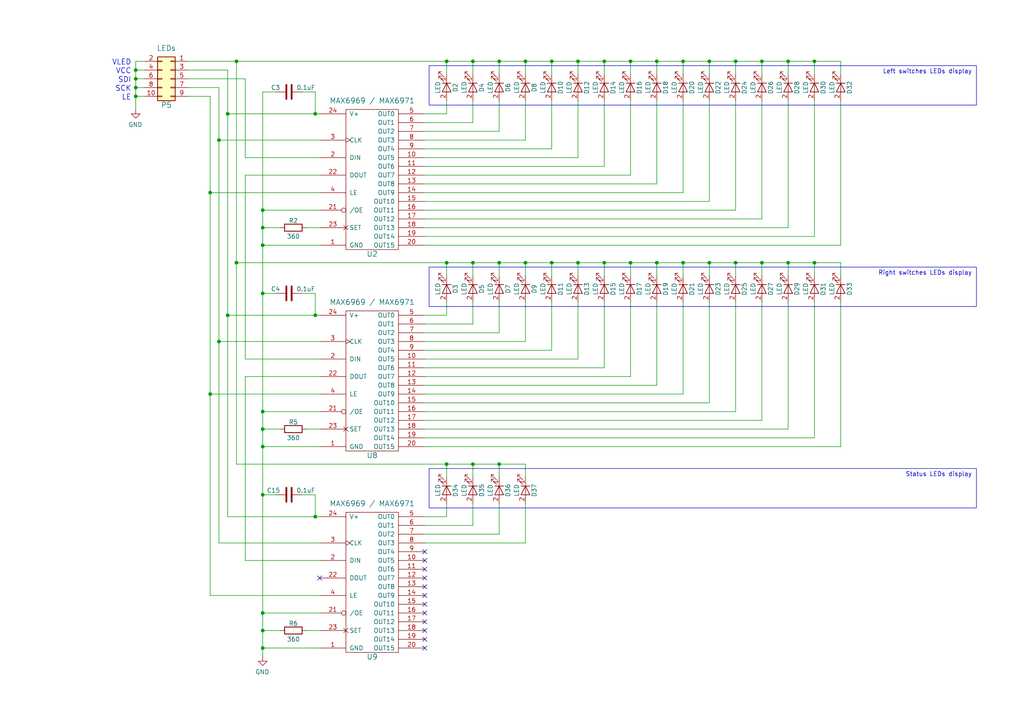
<source format=kicad_sch>
(kicad_sch (version 20230121) (generator eeschema)
  (paper "A4")
  (lib_symbols
    (symbol "MAX6969:MAX6969" (pin_names (offset 1.016))
      (property "Reference" "U" (at 0 -21.59 0))
      (property "Value" "MAX6969" (at 0 21.59 0))
      (symbol "MAX6969_0_1"
        (rectangle (start -7.62 20.32) (end 7.62 -20.32))
      )
      (symbol "MAX6969_1_1"
        (pin power_out line (at -15.24 -19.05 0) (length 7.62) (name "GND") (number "1"))
        (pin open_collector line (at 15.24 6.35 180) (length 7.62) (name "OUT5") (number "10"))
        (pin open_collector line (at 15.24 3.81 180) (length 7.62) (name "OUT6") (number "11"))
        (pin open_collector line (at 15.24 1.27 180) (length 7.62) (name "OUT7") (number "12"))
        (pin open_collector line (at 15.24 -1.27 180) (length 7.62) (name "OUT8") (number "13"))
        (pin open_collector line (at 15.24 -3.81 180) (length 7.62) (name "OUT9") (number "14"))
        (pin open_collector line (at 15.24 -6.35 180) (length 7.62) (name "OUT10") (number "15"))
        (pin open_collector line (at 15.24 -8.89 180) (length 7.62) (name "OUT11") (number "16"))
        (pin open_collector line (at 15.24 -11.43 180) (length 7.62) (name "OUT12") (number "17"))
        (pin open_collector line (at 15.24 -13.97 180) (length 7.62) (name "OUT13") (number "18"))
        (pin open_collector line (at 15.24 -16.51 180) (length 7.62) (name "OUT14") (number "19"))
        (pin input line (at -15.24 6.35 0) (length 7.62) (name "DIN") (number "2"))
        (pin open_collector line (at 15.24 -19.05 180) (length 7.62) (name "OUT15") (number "20"))
        (pin input inverted (at -15.24 -8.89 0) (length 7.62) (name "/OE") (number "21"))
        (pin output line (at -15.24 1.27 0) (length 7.62) (name "DOUT") (number "22"))
        (pin passive non_logic (at -15.24 -13.97 0) (length 7.62) (name "SET") (number "23"))
        (pin power_out line (at -15.24 19.05 0) (length 7.62) (name "V+") (number "24"))
        (pin input clock (at -15.24 11.43 0) (length 7.62) (name "CLK") (number "3"))
        (pin input line (at -15.24 -3.81 0) (length 7.62) (name "LE") (number "4"))
        (pin open_collector line (at 15.24 19.05 180) (length 7.62) (name "OUT0") (number "5"))
        (pin open_collector line (at 15.24 16.51 180) (length 7.62) (name "OUT1") (number "6"))
        (pin open_collector line (at 15.24 13.97 180) (length 7.62) (name "OUT2") (number "7"))
        (pin open_collector line (at 15.24 11.43 180) (length 7.62) (name "OUT3") (number "8"))
        (pin open_collector line (at 15.24 8.89 180) (length 7.62) (name "OUT4") (number "9"))
      )
    )
    (symbol "RCTX-rescue:C-device" (pin_numbers hide) (pin_names (offset 0.254))
      (property "Reference" "C" (at 0.635 2.54 0))
      (property "Value" "device_C" (at 0.635 -2.54 0))
      (symbol "C-device_0_1"
        (polyline (pts (xy -2.032 -0.762) (xy 2.032 -0.762)) (stroke (width 0.508)))
        (polyline (pts (xy -2.032 0.762) (xy 2.032 0.762)) (stroke (width 0.508)))
      )
      (symbol "C-device_1_1"
        (pin passive line (at 0 3.81 270) (length 2.794) (name "~") (number "1"))
        (pin passive line (at 0 -3.81 90) (length 2.794) (name "~") (number "2"))
      )
    )
    (symbol "RCTX-rescue:LED-device" (pin_names (offset 1.016) hide)
      (property "Reference" "D" (at 0 2.54 0))
      (property "Value" "LED-device" (at 0 -2.54 0))
      (symbol "LED-device_0_1"
        (polyline (pts (xy -1.27 -1.27) (xy -1.27 1.27)) (stroke (width 0.2032)))
        (polyline (pts (xy -1.27 0) (xy 1.27 0)))
        (polyline (pts (xy 1.27 -1.27) (xy 1.27 1.27) (xy -1.27 0) (xy 1.27 -1.27)) (stroke (width 0.2032)))
        (polyline (pts (xy -3.048 -0.762) (xy -4.572 -2.286) (xy -3.81 -2.286) (xy -4.572 -2.286) (xy -4.572 -1.524)))
        (polyline (pts (xy -1.778 -0.762) (xy -3.302 -2.286) (xy -2.54 -2.286) (xy -3.302 -2.286) (xy -3.302 -1.524)))
      )
      (symbol "LED-device_1_1"
        (pin passive line (at -3.81 0 0) (length 2.54) (name "K") (number "1"))
        (pin passive line (at 3.81 0 180) (length 2.54) (name "A") (number "2"))
      )
    )
    (symbol "RCTX-rescue:R-device" (pin_numbers hide) (pin_names (offset 0))
      (property "Reference" "R" (at 2.032 0 90))
      (property "Value" "device_R" (at 0 0 90))
      (symbol "R-device_0_1"
        (rectangle (start -1.016 -2.54) (end 1.016 2.54) (stroke (width 0.254)))
      )
      (symbol "R-device_1_1"
        (pin passive line (at 0 3.81 270) (length 1.27) (name "~") (number "1"))
        (pin passive line (at 0 -3.81 90) (length 1.27) (name "~") (number "2"))
      )
    )
    (symbol "conn:Conn_02x05_Odd_Even" (pin_names (offset 1.016) hide)
      (property "Reference" "J" (at 1.27 7.62 0))
      (property "Value" "conn_Conn_02x05_Odd_Even" (at 1.27 -7.62 0))
      (symbol "Conn_02x05_Odd_Even_1_1"
        (rectangle (start -1.27 -4.953) (end 0 -5.207) (stroke (width 0.1524)))
        (rectangle (start -1.27 -2.413) (end 0 -2.667) (stroke (width 0.1524)))
        (rectangle (start -1.27 0.127) (end 0 -0.127) (stroke (width 0.1524)))
        (rectangle (start -1.27 2.667) (end 0 2.413) (stroke (width 0.1524)))
        (rectangle (start -1.27 5.207) (end 0 4.953) (stroke (width 0.1524)))
        (rectangle (start -1.27 6.35) (end 3.81 -6.35) (stroke (width 0.254)) (fill (type background)))
        (rectangle (start 3.81 -4.953) (end 2.54 -5.207) (stroke (width 0.1524)))
        (rectangle (start 3.81 -2.413) (end 2.54 -2.667) (stroke (width 0.1524)))
        (rectangle (start 3.81 0.127) (end 2.54 -0.127) (stroke (width 0.1524)))
        (rectangle (start 3.81 2.667) (end 2.54 2.413) (stroke (width 0.1524)))
        (rectangle (start 3.81 5.207) (end 2.54 4.953) (stroke (width 0.1524)))
        (pin passive line (at -5.08 5.08 0) (length 3.81) (name "Pin_1") (number "1"))
        (pin passive line (at 7.62 -5.08 180) (length 3.81) (name "Pin_10") (number "10"))
        (pin passive line (at 7.62 5.08 180) (length 3.81) (name "Pin_2") (number "2"))
        (pin passive line (at -5.08 2.54 0) (length 3.81) (name "Pin_3") (number "3"))
        (pin passive line (at 7.62 2.54 180) (length 3.81) (name "Pin_4") (number "4"))
        (pin passive line (at -5.08 0 0) (length 3.81) (name "Pin_5") (number "5"))
        (pin passive line (at 7.62 0 180) (length 3.81) (name "Pin_6") (number "6"))
        (pin passive line (at -5.08 -2.54 0) (length 3.81) (name "Pin_7") (number "7"))
        (pin passive line (at 7.62 -2.54 180) (length 3.81) (name "Pin_8") (number "8"))
        (pin passive line (at -5.08 -5.08 0) (length 3.81) (name "Pin_9") (number "9"))
      )
    )
    (symbol "power:GND" (power) (pin_names (offset 0))
      (property "Value" "power_GND" (at 0 -3.81 0))
      (symbol "GND_0_1"
        (polyline (pts (xy 0 0) (xy 0 -1.27) (xy 1.27 -1.27) (xy 0 -2.54) (xy -1.27 -1.27) (xy 0 -1.27)))
      )
      (symbol "GND_1_1"
        (pin power_in line (at 0 0 270) (length 0) hide (name "GND") (number "1"))
      )
    )
  )
  (junction (at 205.74 76.2))
  (junction (at 68.58 76.2))
  (junction (at 63.5 40.64))
  (junction (at 76.2 71.12))
  (junction (at 198.12 17.78))
  (junction (at 76.2 119.38))
  (junction (at 137.16 76.2))
  (junction (at 205.74 17.78))
  (junction (at 152.4 76.2))
  (junction (at 129.54 76.2))
  (junction (at 60.96 114.3))
  (junction (at 175.26 17.78))
  (junction (at 63.5 99.06))
  (junction (at 190.5 17.78))
  (junction (at 220.98 76.2))
  (junction (at 236.22 17.78))
  (junction (at 76.2 177.8))
  (junction (at 182.88 17.78))
  (junction (at 68.58 17.78))
  (junction (at 213.36 76.2))
  (junction (at 66.04 33.02))
  (junction (at 76.2 182.88))
  (junction (at 76.2 129.54))
  (junction (at 76.2 85.09))
  (junction (at 129.54 17.78))
  (junction (at 129.54 134.62))
  (junction (at 228.6 17.78))
  (junction (at 91.44 33.02))
  (junction (at 76.2 124.46))
  (junction (at 66.04 91.44))
  (junction (at 167.64 76.2))
  (junction (at 160.02 17.78))
  (junction (at 167.64 17.78))
  (junction (at 91.44 91.44))
  (junction (at 190.5 76.2))
  (junction (at 236.22 76.2))
  (junction (at 60.96 55.88))
  (junction (at 175.26 76.2))
  (junction (at 76.2 66.04))
  (junction (at 137.16 134.62))
  (junction (at 182.88 76.2))
  (junction (at 144.78 76.2))
  (junction (at 76.2 143.51))
  (junction (at 39.37 27.94))
  (junction (at 198.12 76.2))
  (junction (at 220.98 17.78))
  (junction (at 76.2 60.96))
  (junction (at 91.44 149.86))
  (junction (at 137.16 17.78))
  (junction (at 144.78 17.78))
  (junction (at 160.02 76.2))
  (junction (at 213.36 17.78))
  (junction (at 39.37 22.86))
  (junction (at 144.78 134.62))
  (junction (at 39.37 20.32))
  (junction (at 39.37 25.4))
  (junction (at 228.6 76.2))
  (junction (at 76.2 187.96))
  (junction (at 152.4 17.78))
  (no_connect (at 123.19 167.64))
  (no_connect (at 123.19 160.02))
  (no_connect (at 123.19 162.56))
  (no_connect (at 123.19 172.72))
  (no_connect (at 123.19 182.88))
  (no_connect (at 123.19 165.1))
  (no_connect (at 92.71 167.64))
  (no_connect (at 123.19 170.18))
  (no_connect (at 123.19 180.34))
  (no_connect (at 123.19 187.96))
  (no_connect (at 123.19 175.26))
  (no_connect (at 123.19 177.8))
  (no_connect (at 123.19 185.42))
  (wire (pts (xy 123.19 154.94) (xy 144.78 154.94)))
  (wire (pts (xy 68.58 76.2) (xy 68.58 134.62)))
  (wire (pts (xy 137.16 17.78) (xy 144.78 17.78)))
  (wire (pts (xy 167.64 17.78) (xy 175.26 17.78)))
  (wire (pts (xy 190.5 53.34) (xy 190.5 29.21)))
  (wire (pts (xy 160.02 17.78) (xy 160.02 21.59)))
  (wire (pts (xy 220.98 17.78) (xy 228.6 17.78)))
  (wire (pts (xy 39.37 25.4) (xy 39.37 27.94)))
  (wire (pts (xy 205.74 17.78) (xy 205.74 21.59)))
  (wire (pts (xy 71.12 104.14) (xy 71.12 50.8)))
  (wire (pts (xy 213.36 76.2) (xy 220.98 76.2)))
  (wire (pts (xy 39.37 25.4) (xy 41.91 25.4)))
  (wire (pts (xy 54.61 22.86) (xy 71.12 22.86)))
  (wire (pts (xy 182.88 87.63) (xy 182.88 109.22)))
  (wire (pts (xy 71.12 22.86) (xy 71.12 45.72)))
  (wire (pts (xy 60.96 55.88) (xy 60.96 114.3)))
  (wire (pts (xy 39.37 20.32) (xy 41.91 20.32)))
  (wire (pts (xy 243.84 87.63) (xy 243.84 129.54)))
  (wire (pts (xy 123.19 157.48) (xy 152.4 157.48)))
  (wire (pts (xy 76.2 60.96) (xy 76.2 66.04)))
  (wire (pts (xy 123.19 50.8) (xy 182.88 50.8)))
  (wire (pts (xy 123.19 55.88) (xy 198.12 55.88)))
  (wire (pts (xy 160.02 17.78) (xy 167.64 17.78)))
  (wire (pts (xy 76.2 143.51) (xy 76.2 177.8)))
  (wire (pts (xy 182.88 17.78) (xy 190.5 17.78)))
  (wire (pts (xy 236.22 76.2) (xy 236.22 80.01)))
  (wire (pts (xy 123.19 152.4) (xy 137.16 152.4)))
  (wire (pts (xy 68.58 134.62) (xy 129.54 134.62)))
  (wire (pts (xy 152.4 76.2) (xy 160.02 76.2)))
  (wire (pts (xy 123.19 43.18) (xy 160.02 43.18)))
  (wire (pts (xy 167.64 17.78) (xy 167.64 21.59)))
  (wire (pts (xy 190.5 111.76) (xy 190.5 87.63)))
  (wire (pts (xy 167.64 29.21) (xy 167.64 45.72)))
  (wire (pts (xy 167.64 76.2) (xy 175.26 76.2)))
  (wire (pts (xy 129.54 149.86) (xy 129.54 146.05)))
  (wire (pts (xy 144.78 17.78) (xy 152.4 17.78)))
  (wire (pts (xy 76.2 129.54) (xy 92.71 129.54)))
  (wire (pts (xy 39.37 27.94) (xy 41.91 27.94)))
  (wire (pts (xy 205.74 76.2) (xy 205.74 80.01)))
  (wire (pts (xy 243.84 29.21) (xy 243.84 71.12)))
  (wire (pts (xy 205.74 58.42) (xy 205.74 29.21)))
  (wire (pts (xy 76.2 182.88) (xy 76.2 187.96)))
  (wire (pts (xy 123.19 119.38) (xy 213.36 119.38)))
  (wire (pts (xy 236.22 127) (xy 236.22 87.63)))
  (wire (pts (xy 39.37 22.86) (xy 41.91 22.86)))
  (wire (pts (xy 66.04 33.02) (xy 91.44 33.02)))
  (wire (pts (xy 71.12 104.14) (xy 92.71 104.14)))
  (wire (pts (xy 137.16 87.63) (xy 137.16 93.98)))
  (wire (pts (xy 81.28 66.04) (xy 76.2 66.04)))
  (wire (pts (xy 123.19 106.68) (xy 175.26 106.68)))
  (wire (pts (xy 76.2 26.67) (xy 80.01 26.67)))
  (wire (pts (xy 198.12 87.63) (xy 198.12 114.3)))
  (wire (pts (xy 87.63 26.67) (xy 91.44 26.67)))
  (wire (pts (xy 236.22 68.58) (xy 236.22 29.21)))
  (wire (pts (xy 76.2 124.46) (xy 76.2 129.54)))
  (wire (pts (xy 71.12 109.22) (xy 71.12 162.56)))
  (wire (pts (xy 213.36 29.21) (xy 213.36 60.96)))
  (wire (pts (xy 123.19 91.44) (xy 129.54 91.44)))
  (wire (pts (xy 60.96 114.3) (xy 60.96 172.72)))
  (wire (pts (xy 228.6 17.78) (xy 236.22 17.78)))
  (wire (pts (xy 66.04 91.44) (xy 66.04 149.86)))
  (wire (pts (xy 76.2 119.38) (xy 92.71 119.38)))
  (wire (pts (xy 87.63 85.09) (xy 91.44 85.09)))
  (wire (pts (xy 198.12 76.2) (xy 198.12 80.01)))
  (wire (pts (xy 123.19 124.46) (xy 228.6 124.46)))
  (wire (pts (xy 76.2 26.67) (xy 76.2 60.96)))
  (wire (pts (xy 63.5 99.06) (xy 63.5 157.48)))
  (wire (pts (xy 152.4 29.21) (xy 152.4 40.64)))
  (wire (pts (xy 129.54 91.44) (xy 129.54 87.63)))
  (wire (pts (xy 123.19 121.92) (xy 220.98 121.92)))
  (wire (pts (xy 190.5 76.2) (xy 198.12 76.2)))
  (wire (pts (xy 190.5 76.2) (xy 190.5 80.01)))
  (wire (pts (xy 123.19 109.22) (xy 182.88 109.22)))
  (wire (pts (xy 205.74 116.84) (xy 205.74 87.63)))
  (wire (pts (xy 71.12 45.72) (xy 92.71 45.72)))
  (wire (pts (xy 123.19 93.98) (xy 137.16 93.98)))
  (wire (pts (xy 144.78 154.94) (xy 144.78 146.05)))
  (wire (pts (xy 160.02 101.6) (xy 160.02 87.63)))
  (wire (pts (xy 63.5 40.64) (xy 63.5 99.06)))
  (wire (pts (xy 220.98 17.78) (xy 220.98 21.59)))
  (wire (pts (xy 60.96 27.94) (xy 60.96 55.88)))
  (wire (pts (xy 76.2 187.96) (xy 76.2 190.5)))
  (wire (pts (xy 175.26 76.2) (xy 175.26 80.01)))
  (wire (pts (xy 182.88 17.78) (xy 182.88 21.59)))
  (wire (pts (xy 41.91 17.78) (xy 39.37 17.78)))
  (wire (pts (xy 175.26 106.68) (xy 175.26 87.63)))
  (wire (pts (xy 91.44 91.44) (xy 92.71 91.44)))
  (wire (pts (xy 76.2 71.12) (xy 92.71 71.12)))
  (wire (pts (xy 123.19 63.5) (xy 220.98 63.5)))
  (wire (pts (xy 129.54 134.62) (xy 137.16 134.62)))
  (wire (pts (xy 91.44 26.67) (xy 91.44 33.02)))
  (wire (pts (xy 129.54 80.01) (xy 129.54 76.2)))
  (wire (pts (xy 63.5 157.48) (xy 92.71 157.48)))
  (wire (pts (xy 228.6 87.63) (xy 228.6 124.46)))
  (wire (pts (xy 68.58 17.78) (xy 129.54 17.78)))
  (wire (pts (xy 123.19 68.58) (xy 236.22 68.58)))
  (wire (pts (xy 76.2 177.8) (xy 76.2 182.88)))
  (wire (pts (xy 91.44 143.51) (xy 91.44 149.86)))
  (wire (pts (xy 198.12 29.21) (xy 198.12 55.88)))
  (wire (pts (xy 71.12 162.56) (xy 92.71 162.56)))
  (wire (pts (xy 129.54 17.78) (xy 137.16 17.78)))
  (wire (pts (xy 182.88 76.2) (xy 182.88 80.01)))
  (wire (pts (xy 144.78 134.62) (xy 152.4 134.62)))
  (wire (pts (xy 152.4 146.05) (xy 152.4 157.48)))
  (wire (pts (xy 60.96 172.72) (xy 92.71 172.72)))
  (wire (pts (xy 123.19 48.26) (xy 175.26 48.26)))
  (wire (pts (xy 152.4 17.78) (xy 160.02 17.78)))
  (wire (pts (xy 137.16 76.2) (xy 144.78 76.2)))
  (wire (pts (xy 137.16 134.62) (xy 144.78 134.62)))
  (wire (pts (xy 123.19 40.64) (xy 152.4 40.64)))
  (wire (pts (xy 182.88 29.21) (xy 182.88 50.8)))
  (wire (pts (xy 91.44 85.09) (xy 91.44 91.44)))
  (wire (pts (xy 213.36 87.63) (xy 213.36 119.38)))
  (wire (pts (xy 175.26 17.78) (xy 182.88 17.78)))
  (wire (pts (xy 243.84 76.2) (xy 243.84 80.01)))
  (wire (pts (xy 123.19 116.84) (xy 205.74 116.84)))
  (wire (pts (xy 220.98 63.5) (xy 220.98 29.21)))
  (wire (pts (xy 198.12 17.78) (xy 198.12 21.59)))
  (wire (pts (xy 175.26 48.26) (xy 175.26 29.21)))
  (wire (pts (xy 220.98 76.2) (xy 228.6 76.2)))
  (wire (pts (xy 123.19 99.06) (xy 152.4 99.06)))
  (wire (pts (xy 71.12 109.22) (xy 92.71 109.22)))
  (wire (pts (xy 123.19 66.04) (xy 228.6 66.04)))
  (wire (pts (xy 91.44 149.86) (xy 92.71 149.86)))
  (wire (pts (xy 39.37 22.86) (xy 39.37 25.4)))
  (wire (pts (xy 66.04 20.32) (xy 66.04 33.02)))
  (wire (pts (xy 76.2 60.96) (xy 92.71 60.96)))
  (wire (pts (xy 76.2 85.09) (xy 76.2 119.38)))
  (wire (pts (xy 167.64 87.63) (xy 167.64 104.14)))
  (wire (pts (xy 60.96 55.88) (xy 92.71 55.88)))
  (wire (pts (xy 123.19 53.34) (xy 190.5 53.34)))
  (wire (pts (xy 88.9 66.04) (xy 92.71 66.04)))
  (wire (pts (xy 152.4 76.2) (xy 152.4 80.01)))
  (wire (pts (xy 243.84 17.78) (xy 243.84 21.59)))
  (wire (pts (xy 123.19 111.76) (xy 190.5 111.76)))
  (wire (pts (xy 66.04 33.02) (xy 66.04 91.44)))
  (wire (pts (xy 71.12 50.8) (xy 92.71 50.8)))
  (wire (pts (xy 76.2 129.54) (xy 76.2 143.51)))
  (wire (pts (xy 76.2 119.38) (xy 76.2 124.46)))
  (wire (pts (xy 213.36 76.2) (xy 213.36 80.01)))
  (wire (pts (xy 63.5 99.06) (xy 92.71 99.06)))
  (wire (pts (xy 39.37 17.78) (xy 39.37 20.32)))
  (wire (pts (xy 123.19 71.12) (xy 243.84 71.12)))
  (wire (pts (xy 63.5 25.4) (xy 63.5 40.64)))
  (wire (pts (xy 76.2 187.96) (xy 92.71 187.96)))
  (wire (pts (xy 123.19 60.96) (xy 213.36 60.96)))
  (wire (pts (xy 152.4 17.78) (xy 152.4 21.59)))
  (wire (pts (xy 175.26 17.78) (xy 175.26 21.59)))
  (wire (pts (xy 123.19 38.1) (xy 144.78 38.1)))
  (wire (pts (xy 198.12 17.78) (xy 205.74 17.78)))
  (wire (pts (xy 144.78 134.62) (xy 144.78 138.43)))
  (wire (pts (xy 76.2 124.46) (xy 81.28 124.46)))
  (wire (pts (xy 213.36 17.78) (xy 220.98 17.78)))
  (wire (pts (xy 160.02 76.2) (xy 167.64 76.2)))
  (wire (pts (xy 137.16 17.78) (xy 137.16 21.59)))
  (wire (pts (xy 129.54 76.2) (xy 137.16 76.2)))
  (wire (pts (xy 144.78 38.1) (xy 144.78 29.21)))
  (wire (pts (xy 123.19 45.72) (xy 167.64 45.72)))
  (wire (pts (xy 81.28 182.88) (xy 76.2 182.88)))
  (wire (pts (xy 66.04 91.44) (xy 91.44 91.44)))
  (wire (pts (xy 76.2 85.09) (xy 80.01 85.09)))
  (wire (pts (xy 76.2 177.8) (xy 92.71 177.8)))
  (wire (pts (xy 228.6 17.78) (xy 228.6 21.59)))
  (wire (pts (xy 190.5 17.78) (xy 198.12 17.78)))
  (wire (pts (xy 76.2 66.04) (xy 76.2 71.12)))
  (wire (pts (xy 54.61 27.94) (xy 60.96 27.94)))
  (wire (pts (xy 91.44 33.02) (xy 92.71 33.02)))
  (wire (pts (xy 123.19 58.42) (xy 205.74 58.42)))
  (wire (pts (xy 68.58 76.2) (xy 129.54 76.2)))
  (wire (pts (xy 123.19 104.14) (xy 167.64 104.14)))
  (wire (pts (xy 160.02 76.2) (xy 160.02 80.01)))
  (wire (pts (xy 123.19 33.02) (xy 129.54 33.02)))
  (wire (pts (xy 39.37 20.32) (xy 39.37 22.86)))
  (wire (pts (xy 88.9 124.46) (xy 92.71 124.46)))
  (wire (pts (xy 137.16 29.21) (xy 137.16 35.56)))
  (wire (pts (xy 213.36 17.78) (xy 213.36 21.59)))
  (wire (pts (xy 236.22 17.78) (xy 243.84 17.78)))
  (wire (pts (xy 123.19 129.54) (xy 243.84 129.54)))
  (wire (pts (xy 123.19 96.52) (xy 144.78 96.52)))
  (wire (pts (xy 76.2 71.12) (xy 76.2 85.09)))
  (wire (pts (xy 236.22 76.2) (xy 243.84 76.2)))
  (wire (pts (xy 228.6 76.2) (xy 228.6 80.01)))
  (wire (pts (xy 60.96 114.3) (xy 92.71 114.3)))
  (wire (pts (xy 137.16 76.2) (xy 137.16 80.01)))
  (wire (pts (xy 123.19 127) (xy 236.22 127)))
  (wire (pts (xy 87.63 143.51) (xy 91.44 143.51)))
  (wire (pts (xy 182.88 76.2) (xy 190.5 76.2)))
  (wire (pts (xy 137.16 146.05) (xy 137.16 152.4)))
  (wire (pts (xy 152.4 87.63) (xy 152.4 99.06)))
  (wire (pts (xy 54.61 17.78) (xy 68.58 17.78)))
  (wire (pts (xy 129.54 138.43) (xy 129.54 134.62)))
  (wire (pts (xy 205.74 76.2) (xy 213.36 76.2)))
  (wire (pts (xy 63.5 40.64) (xy 92.71 40.64)))
  (wire (pts (xy 144.78 17.78) (xy 144.78 21.59)))
  (wire (pts (xy 123.19 35.56) (xy 137.16 35.56)))
  (wire (pts (xy 88.9 182.88) (xy 92.71 182.88)))
  (wire (pts (xy 175.26 76.2) (xy 182.88 76.2)))
  (wire (pts (xy 129.54 21.59) (xy 129.54 17.78)))
  (wire (pts (xy 220.98 121.92) (xy 220.98 87.63)))
  (wire (pts (xy 152.4 134.62) (xy 152.4 138.43)))
  (wire (pts (xy 228.6 76.2) (xy 236.22 76.2)))
  (wire (pts (xy 198.12 76.2) (xy 205.74 76.2)))
  (wire (pts (xy 144.78 96.52) (xy 144.78 87.63)))
  (wire (pts (xy 228.6 29.21) (xy 228.6 66.04)))
  (wire (pts (xy 167.64 76.2) (xy 167.64 80.01)))
  (wire (pts (xy 54.61 25.4) (xy 63.5 25.4)))
  (wire (pts (xy 236.22 17.78) (xy 236.22 21.59)))
  (wire (pts (xy 144.78 76.2) (xy 144.78 80.01)))
  (wire (pts (xy 123.19 101.6) (xy 160.02 101.6)))
  (wire (pts (xy 39.37 27.94) (xy 39.37 31.75)))
  (wire (pts (xy 123.19 149.86) (xy 129.54 149.86)))
  (wire (pts (xy 76.2 143.51) (xy 80.01 143.51)))
  (wire (pts (xy 137.16 134.62) (xy 137.16 138.43)))
  (wire (pts (xy 54.61 20.32) (xy 66.04 20.32)))
  (wire (pts (xy 66.04 149.86) (xy 91.44 149.86)))
  (wire (pts (xy 129.54 33.02) (xy 129.54 29.21)))
  (wire (pts (xy 144.78 76.2) (xy 152.4 76.2)))
  (wire (pts (xy 160.02 43.18) (xy 160.02 29.21)))
  (wire (pts (xy 123.19 114.3) (xy 198.12 114.3)))
  (wire (pts (xy 220.98 76.2) (xy 220.98 80.01)))
  (wire (pts (xy 190.5 17.78) (xy 190.5 21.59)))
  (wire (pts (xy 205.74 17.78) (xy 213.36 17.78)))
  (wire (pts (xy 68.58 17.78) (xy 68.58 76.2)))
  (rectangle (start 124.46 77.47) (end 283.21 88.9))
  (rectangle (start 124.46 19.05) (end 283.21 30.48))
  (rectangle (start 124.46 135.89) (end 283.21 147.32))
  (text "SDI" (at 38.1 24.13 0) (effects (font (size 1.524 1.524)) (justify right bottom)))
  (text "Status LEDs display" (at 281.94 138.43 0) (effects (font (size 1.27 1.27)) (justify right bottom)))
  (text "VLED" (at 38.1 19.05 0) (effects (font (size 1.524 1.524)) (justify right bottom)))
  (text "Right switches LEDs display" (at 281.94 80.01 0) (effects (font (size 1.27 1.27)) (justify right bottom)))
  (text "Left switches LEDs display" (at 281.94 21.59 0) (effects (font (size 1.27 1.27)) (justify right bottom)))
  (text "SCK" (at 38.1 26.67 0) (effects (font (size 1.524 1.524)) (justify right bottom)))
  (text "LE" (at 38.1 29.21 0) (effects (font (size 1.524 1.524)) (justify right bottom)))
  (text "VCC" (at 38.1 21.59 0) (effects (font (size 1.524 1.524)) (justify right bottom)))
  (symbol (lib_id "RCTX-rescue:LED-device") (at 236.22 25.4 270) (unit 1)
    (property "Reference" "D30" (at 238.76 25.4 0))
    (property "Value" "LED" (at 233.68 25.4 0))
    (property "Footprint" "LEDs:LED_D2.0mm_W4.0mm_H2.8mm_FlatTop" (effects hide))
    (instances (project "RCTX_ERF32MG12" (path "" (reference "D30") (unit 1))) (project "RCTX" (path "" (reference "D34") (unit 1))))
  )
  (symbol (lib_id "RCTX-rescue:LED-device") (at 175.26 25.4 270) (unit 1)
    (property "Reference" "D14" (at 177.8 25.4 0))
    (property "Value" "LED" (at 172.72 25.4 0))
    (property "Footprint" "LEDs:LED_D2.0mm_W4.0mm_H2.8mm_FlatTop" (effects hide))
    (instances (project "RCTX_ERF32MG12" (path "" (reference "D14") (unit 1))) (project "RCTX" (path "" (reference "D18") (unit 1))))
  )
  (symbol (lib_id "MAX6969:MAX6969") (at 107.95 52.07 0) (unit 1)
    (property "Reference" "U2" (at 107.95 73.66 0) (effects (font (size 1.524 1.524))))
    (property "Value" "MAX6969 / MAX6971" (at 107.95 29.21 0) (effects (font (size 1.524 1.524))))
    (property "Footprint" "Housings_DIP:DIP-24_W7.62mm" (effects hide))
    (instances (project "RCTX_ERF32MG12" (path "" (reference "U2") (unit 1))) (project "RCTX" (path "" (reference "U8") (unit 1))))
  )
  (symbol (lib_id "RCTX-rescue:LED-device") (at 129.54 83.82 270) (unit 1)
    (property "Reference" "D3" (at 132.08 83.82 0))
    (property "Value" "LED" (at 127 83.82 0))
    (property "Footprint" "LEDs:LED_D2.0mm_W4.0mm_H2.8mm_FlatTop" (effects hide))
    (instances (project "RCTX_ERF32MG12" (path "" (reference "D3") (unit 1))) (project "RCTX" (path "" (reference "D6") (unit 1))))
  )
  (symbol (lib_id "RCTX-rescue:LED-device") (at 205.74 25.4 270) (unit 1)
    (property "Reference" "D22" (at 208.28 25.4 0))
    (property "Value" "LED" (at 203.2 25.4 0))
    (property "Footprint" "LEDs:LED_D2.0mm_W4.0mm_H2.8mm_FlatTop" (effects hide))
    (instances (project "RCTX_ERF32MG12" (path "" (reference "D22") (unit 1))) (project "RCTX" (path "" (reference "D26") (unit 1))))
  )
  (symbol (lib_id "RCTX-rescue:LED-device") (at 190.5 25.4 270) (unit 1)
    (property "Reference" "D18" (at 193.04 25.4 0))
    (property "Value" "LED" (at 187.96 25.4 0))
    (property "Footprint" "LEDs:LED_D2.0mm_W4.0mm_H2.8mm_FlatTop" (effects hide))
    (instances (project "RCTX_ERF32MG12" (path "" (reference "D18") (unit 1))) (project "RCTX" (path "" (reference "D22") (unit 1))))
  )
  (symbol (lib_id "RCTX-rescue:LED-device") (at 228.6 25.4 270) (unit 1)
    (property "Reference" "D28" (at 231.14 25.4 0))
    (property "Value" "LED" (at 226.06 25.4 0))
    (property "Footprint" "LEDs:LED_D2.0mm_W4.0mm_H2.8mm_FlatTop" (effects hide))
    (instances (project "RCTX_ERF32MG12" (path "" (reference "D28") (unit 1))) (project "RCTX" (path "" (reference "D32") (unit 1))))
  )
  (symbol (lib_id "RCTX-rescue:LED-device") (at 243.84 83.82 270) (unit 1)
    (property "Reference" "D33" (at 246.38 83.82 0))
    (property "Value" "LED" (at 241.3 83.82 0))
    (property "Footprint" "LEDs:LED_D2.0mm_W4.0mm_H2.8mm_FlatTop" (effects hide))
    (instances (project "RCTX_ERF32MG12" (path "" (reference "D33") (unit 1))) (project "RCTX" (path "" (reference "D36") (unit 1))))
  )
  (symbol (lib_id "RCTX-rescue:LED-device") (at 190.5 83.82 270) (unit 1)
    (property "Reference" "D19" (at 193.04 83.82 0))
    (property "Value" "LED" (at 187.96 83.82 0))
    (property "Footprint" "LEDs:LED_D2.0mm_W4.0mm_H2.8mm_FlatTop" (effects hide))
    (instances (project "RCTX_ERF32MG12" (path "" (reference "D19") (unit 1))) (project "RCTX" (path "" (reference "D22") (unit 1))))
  )
  (symbol (lib_id "RCTX-rescue:LED-device") (at 152.4 142.24 270) (unit 1)
    (property "Reference" "D37" (at 154.94 142.24 0))
    (property "Value" "LED" (at 149.86 142.24 0))
    (property "Footprint" "LEDs:LED_D2.0mm_W4.0mm_H2.8mm_FlatTop" (effects hide))
    (instances (project "RCTX_ERF32MG12" (path "" (reference "D37") (unit 1))) (project "RCTX" (path "" (reference "D12") (unit 1))))
  )
  (symbol (lib_id "RCTX-rescue:R-device") (at 85.09 182.88 90) (unit 1)
    (property "Reference" "R6" (at 85.09 180.848 90))
    (property "Value" "360" (at 85.09 185.42 90))
    (property "Footprint" "Resistors_THT:R_Axial_DIN0204_L3.6mm_D1.6mm_P1.90mm_Vertical" (effects hide))
    (instances (project "RCTX_ERF32MG12" (path "" (reference "R6") (unit 1))) (project "RCTX" (path "" (reference "R9") (unit 1))))
  )
  (symbol (lib_id "power:GND") (at 76.2 190.5 0) (mirror y) (unit 1)
    (property "Reference" "#PWR?" (effects hide))
    (property "Value" "GND" (at 76.073 194.8942 0))
    (instances (project "RCTX_ERF32MG12" (path "" (reference "#PWR?") (unit 1)) (path "" (reference "#PWR06") (unit 1))))
  )
  (symbol (lib_id "RCTX-rescue:LED-device") (at 137.16 83.82 270) (unit 1)
    (property "Reference" "D5" (at 139.7 83.82 0))
    (property "Value" "LED" (at 134.62 83.82 0))
    (property "Footprint" "LEDs:LED_D2.0mm_W4.0mm_H2.8mm_FlatTop" (effects hide))
    (instances (project "RCTX_ERF32MG12" (path "" (reference "D5") (unit 1))) (project "RCTX" (path "" (reference "D8") (unit 1))))
  )
  (symbol (lib_id "RCTX-rescue:LED-device") (at 175.26 83.82 270) (unit 1)
    (property "Reference" "D15" (at 177.8 83.82 0))
    (property "Value" "LED" (at 172.72 83.82 0))
    (property "Footprint" "LEDs:LED_D2.0mm_W4.0mm_H2.8mm_FlatTop" (effects hide))
    (instances (project "RCTX_ERF32MG12" (path "" (reference "D15") (unit 1))) (project "RCTX" (path "" (reference "D18") (unit 1))))
  )
  (symbol (lib_id "RCTX-rescue:LED-device") (at 182.88 25.4 270) (unit 1)
    (property "Reference" "D16" (at 185.42 25.4 0))
    (property "Value" "LED" (at 180.34 25.4 0))
    (property "Footprint" "LEDs:LED_D2.0mm_W4.0mm_H2.8mm_FlatTop" (effects hide))
    (instances (project "RCTX_ERF32MG12" (path "" (reference "D16") (unit 1))) (project "RCTX" (path "" (reference "D20") (unit 1))))
  )
  (symbol (lib_id "MAX6969:MAX6969") (at 107.95 168.91 0) (unit 1)
    (property "Reference" "U9" (at 107.95 190.5 0) (effects (font (size 1.524 1.524))))
    (property "Value" "MAX6969 / MAX6971" (at 107.95 146.05 0) (effects (font (size 1.524 1.524))))
    (property "Footprint" "Housings_DIP:DIP-24_W7.62mm" (effects hide))
    (instances (project "RCTX_ERF32MG12" (path "" (reference "U9") (unit 1))) (project "RCTX" (path "" (reference "U8") (unit 1))))
  )
  (symbol (lib_id "RCTX-rescue:R-device") (at 85.09 124.46 90) (unit 1)
    (property "Reference" "R5" (at 85.09 122.428 90))
    (property "Value" "360" (at 85.09 127 90))
    (property "Footprint" "Resistors_THT:R_Axial_DIN0204_L3.6mm_D1.6mm_P1.90mm_Vertical" (effects hide))
    (instances (project "RCTX_ERF32MG12" (path "" (reference "R5") (unit 1))) (project "RCTX" (path "" (reference "R9") (unit 1))))
  )
  (symbol (lib_id "power:GND") (at 39.37 31.75 0) (mirror y) (unit 1)
    (property "Reference" "#PWR?" (effects hide))
    (property "Value" "GND" (at 39.243 36.1442 0))
    (instances (project "RCTX_ERF32MG12" (path "" (reference "#PWR?") (unit 1)) (path "" (reference "#PWR04") (unit 1))))
  )
  (symbol (lib_id "RCTX-rescue:LED-device") (at 198.12 83.82 270) (unit 1)
    (property "Reference" "D21" (at 200.66 83.82 0))
    (property "Value" "LED" (at 195.58 83.82 0))
    (property "Footprint" "LEDs:LED_D2.0mm_W4.0mm_H2.8mm_FlatTop" (effects hide))
    (instances (project "RCTX_ERF32MG12" (path "" (reference "D21") (unit 1))) (project "RCTX" (path "" (reference "D24") (unit 1))))
  )
  (symbol (lib_id "RCTX-rescue:LED-device") (at 160.02 83.82 270) (unit 1)
    (property "Reference" "D11" (at 162.56 83.82 0))
    (property "Value" "LED" (at 157.48 83.82 0))
    (property "Footprint" "LEDs:LED_D2.0mm_W4.0mm_H2.8mm_FlatTop" (effects hide))
    (instances (project "RCTX_ERF32MG12" (path "" (reference "D11") (unit 1))) (project "RCTX" (path "" (reference "D14") (unit 1))))
  )
  (symbol (lib_id "RCTX-rescue:LED-device") (at 137.16 142.24 270) (unit 1)
    (property "Reference" "D35" (at 139.7 142.24 0))
    (property "Value" "LED" (at 134.62 142.24 0))
    (property "Footprint" "LEDs:LED_D2.0mm_W4.0mm_H2.8mm_FlatTop" (effects hide))
    (instances (project "RCTX_ERF32MG12" (path "" (reference "D35") (unit 1))) (project "RCTX" (path "" (reference "D8") (unit 1))))
  )
  (symbol (lib_id "RCTX-rescue:C-device") (at 83.82 85.09 90) (unit 1)
    (property "Reference" "C4" (at 81.28 83.82 90) (effects (justify left)))
    (property "Value" "0.1uF" (at 91.44 83.82 90) (effects (justify left)))
    (property "Footprint" "Capacitors_THT:C_Disc_D3.0mm_W1.6mm_P2.50mm" (effects hide))
    (instances (project "RCTX_ERF32MG12" (path "" (reference "C4") (unit 1))) (project "RCTX" (path "" (reference "C15") (unit 1))))
  )
  (symbol (lib_id "RCTX-rescue:LED-device") (at 182.88 83.82 270) (unit 1)
    (property "Reference" "D17" (at 185.42 83.82 0))
    (property "Value" "LED" (at 180.34 83.82 0))
    (property "Footprint" "LEDs:LED_D2.0mm_W4.0mm_H2.8mm_FlatTop" (effects hide))
    (instances (project "RCTX_ERF32MG12" (path "" (reference "D17") (unit 1))) (project "RCTX" (path "" (reference "D20") (unit 1))))
  )
  (symbol (lib_id "RCTX-rescue:LED-device") (at 152.4 25.4 270) (unit 1)
    (property "Reference" "D8" (at 154.94 25.4 0))
    (property "Value" "LED" (at 149.86 25.4 0))
    (property "Footprint" "LEDs:LED_D2.0mm_W4.0mm_H2.8mm_FlatTop" (effects hide))
    (instances (project "RCTX_ERF32MG12" (path "" (reference "D8") (unit 1))) (project "RCTX" (path "" (reference "D12") (unit 1))))
  )
  (symbol (lib_id "RCTX-rescue:LED-device") (at 129.54 25.4 270) (unit 1)
    (property "Reference" "D2" (at 132.08 25.4 0))
    (property "Value" "LED" (at 127 25.4 0))
    (property "Footprint" "LEDs:LED_D2.0mm_W4.0mm_H2.8mm_FlatTop" (effects hide))
    (instances (project "RCTX_ERF32MG12" (path "" (reference "D2") (unit 1))) (project "RCTX" (path "" (reference "D6") (unit 1))))
  )
  (symbol (lib_id "MAX6969:MAX6969") (at 107.95 110.49 0) (unit 1)
    (property "Reference" "U8" (at 107.95 132.08 0) (effects (font (size 1.524 1.524))))
    (property "Value" "MAX6969 / MAX6971" (at 107.95 87.63 0) (effects (font (size 1.524 1.524))))
    (property "Footprint" "Housings_DIP:DIP-24_W7.62mm" (effects hide))
  )
  (symbol (lib_id "RCTX-rescue:C-device") (at 83.82 143.51 90) (unit 1)
    (property "Reference" "C15" (at 81.28 142.24 90) (effects (justify left)))
    (property "Value" "0.1uF" (at 91.44 142.24 90) (effects (justify left)))
    (property "Footprint" "Capacitors_THT:C_Disc_D3.0mm_W1.6mm_P2.50mm" (effects hide))
  )
  (symbol (lib_id "RCTX-rescue:LED-device") (at 220.98 83.82 270) (unit 1)
    (property "Reference" "D27" (at 223.52 83.82 0))
    (property "Value" "LED" (at 218.44 83.82 0))
    (property "Footprint" "LEDs:LED_D2.0mm_W4.0mm_H2.8mm_FlatTop" (effects hide))
    (instances (project "RCTX_ERF32MG12" (path "" (reference "D27") (unit 1))) (project "RCTX" (path "" (reference "D30") (unit 1))))
  )
  (symbol (lib_id "RCTX-rescue:LED-device") (at 144.78 142.24 270) (unit 1)
    (property "Reference" "D36" (at 147.32 142.24 0))
    (property "Value" "LED" (at 142.24 142.24 0))
    (property "Footprint" "LEDs:LED_D2.0mm_W4.0mm_H2.8mm_FlatTop" (effects hide))
    (instances (project "RCTX_ERF32MG12" (path "" (reference "D36") (unit 1))) (project "RCTX" (path "" (reference "D10") (unit 1))))
  )
  (symbol (lib_id "RCTX-rescue:LED-device") (at 243.84 25.4 270) (unit 1)
    (property "Reference" "D32" (at 246.38 25.4 0))
    (property "Value" "LED" (at 241.3 25.4 0))
    (property "Footprint" "LEDs:LED_D2.0mm_W4.0mm_H2.8mm_FlatTop" (effects hide))
    (instances (project "RCTX_ERF32MG12" (path "" (reference "D32") (unit 1))) (project "RCTX" (path "" (reference "D36") (unit 1))))
  )
  (symbol (lib_id "RCTX-rescue:LED-device") (at 236.22 83.82 270) (unit 1)
    (property "Reference" "D31" (at 238.76 83.82 0))
    (property "Value" "LED" (at 233.68 83.82 0))
    (property "Footprint" "LEDs:LED_D2.0mm_W4.0mm_H2.8mm_FlatTop" (effects hide))
    (instances (project "RCTX_ERF32MG12" (path "" (reference "D31") (unit 1))) (project "RCTX" (path "" (reference "D34") (unit 1))))
  )
  (symbol (lib_id "RCTX-rescue:LED-device") (at 228.6 83.82 270) (unit 1)
    (property "Reference" "D29" (at 231.14 83.82 0))
    (property "Value" "LED" (at 226.06 83.82 0))
    (property "Footprint" "LEDs:LED_D2.0mm_W4.0mm_H2.8mm_FlatTop" (effects hide))
    (instances (project "RCTX_ERF32MG12" (path "" (reference "D29") (unit 1))) (project "RCTX" (path "" (reference "D32") (unit 1))))
  )
  (symbol (lib_id "RCTX-rescue:LED-device") (at 213.36 83.82 270) (unit 1)
    (property "Reference" "D25" (at 215.9 83.82 0))
    (property "Value" "LED" (at 210.82 83.82 0))
    (property "Footprint" "LEDs:LED_D2.0mm_W4.0mm_H2.8mm_FlatTop" (effects hide))
    (instances (project "RCTX_ERF32MG12" (path "" (reference "D25") (unit 1))) (project "RCTX" (path "" (reference "D28") (unit 1))))
  )
  (symbol (lib_id "RCTX-rescue:LED-device") (at 137.16 25.4 270) (unit 1)
    (property "Reference" "D4" (at 139.7 25.4 0))
    (property "Value" "LED" (at 134.62 25.4 0))
    (property "Footprint" "LEDs:LED_D2.0mm_W4.0mm_H2.8mm_FlatTop" (effects hide))
    (instances (project "RCTX_ERF32MG12" (path "" (reference "D4") (unit 1))) (project "RCTX" (path "" (reference "D8") (unit 1))))
  )
  (symbol (lib_id "RCTX-rescue:LED-device") (at 167.64 83.82 270) (unit 1)
    (property "Reference" "D13" (at 170.18 83.82 0))
    (property "Value" "LED" (at 165.1 83.82 0))
    (property "Footprint" "LEDs:LED_D2.0mm_W4.0mm_H2.8mm_FlatTop" (effects hide))
    (instances (project "RCTX_ERF32MG12" (path "" (reference "D13") (unit 1))) (project "RCTX" (path "" (reference "D16") (unit 1))))
  )
  (symbol (lib_id "RCTX-rescue:LED-device") (at 205.74 83.82 270) (unit 1)
    (property "Reference" "D23" (at 208.28 83.82 0))
    (property "Value" "LED" (at 203.2 83.82 0))
    (property "Footprint" "LEDs:LED_D2.0mm_W4.0mm_H2.8mm_FlatTop" (effects hide))
    (instances (project "RCTX_ERF32MG12" (path "" (reference "D23") (unit 1))) (project "RCTX" (path "" (reference "D26") (unit 1))))
  )
  (symbol (lib_id "RCTX-rescue:LED-device") (at 144.78 25.4 270) (unit 1)
    (property "Reference" "D6" (at 147.32 25.4 0))
    (property "Value" "LED" (at 142.24 25.4 0))
    (property "Footprint" "LEDs:LED_D2.0mm_W4.0mm_H2.8mm_FlatTop" (effects hide))
    (instances (project "RCTX_ERF32MG12" (path "" (reference "D6") (unit 1))) (project "RCTX" (path "" (reference "D10") (unit 1))))
  )
  (symbol (lib_id "RCTX-rescue:LED-device") (at 160.02 25.4 270) (unit 1)
    (property "Reference" "D10" (at 162.56 25.4 0))
    (property "Value" "LED" (at 157.48 25.4 0))
    (property "Footprint" "LEDs:LED_D2.0mm_W4.0mm_H2.8mm_FlatTop" (effects hide))
    (instances (project "RCTX_ERF32MG12" (path "" (reference "D10") (unit 1))) (project "RCTX" (path "" (reference "D14") (unit 1))))
  )
  (symbol (lib_id "RCTX-rescue:C-device") (at 83.82 26.67 90) (unit 1)
    (property "Reference" "C3" (at 81.28 25.4 90) (effects (justify left)))
    (property "Value" "0.1uF" (at 91.44 25.4 90) (effects (justify left)))
    (property "Footprint" "Capacitors_THT:C_Disc_D3.0mm_W1.6mm_P2.50mm" (effects hide))
    (instances (project "RCTX_ERF32MG12" (path "" (reference "C3") (unit 1))) (project "RCTX" (path "" (reference "C15") (unit 1))))
  )
  (symbol (lib_id "RCTX-rescue:LED-device") (at 129.54 142.24 270) (unit 1)
    (property "Reference" "D34" (at 132.08 142.24 0))
    (property "Value" "LED" (at 127 142.24 0))
    (property "Footprint" "LEDs:LED_D2.0mm_W4.0mm_H2.8mm_FlatTop" (effects hide))
    (instances (project "RCTX_ERF32MG12" (path "" (reference "D34") (unit 1))) (project "RCTX" (path "" (reference "D6") (unit 1))))
  )
  (symbol (lib_id "RCTX-rescue:LED-device") (at 152.4 83.82 270) (unit 1)
    (property "Reference" "D9" (at 154.94 83.82 0))
    (property "Value" "LED" (at 149.86 83.82 0))
    (property "Footprint" "LEDs:LED_D2.0mm_W4.0mm_H2.8mm_FlatTop" (effects hide))
    (instances (project "RCTX_ERF32MG12" (path "" (reference "D9") (unit 1))) (project "RCTX" (path "" (reference "D12") (unit 1))))
  )
  (symbol (lib_id "RCTX-rescue:LED-device") (at 198.12 25.4 270) (unit 1)
    (property "Reference" "D20" (at 200.66 25.4 0))
    (property "Value" "LED" (at 195.58 25.4 0))
    (property "Footprint" "LEDs:LED_D2.0mm_W4.0mm_H2.8mm_FlatTop" (effects hide))
    (instances (project "RCTX_ERF32MG12" (path "" (reference "D20") (unit 1))) (project "RCTX" (path "" (reference "D24") (unit 1))))
  )
  (symbol (lib_id "conn:Conn_02x05_Odd_Even") (at 49.53 22.86 0) (mirror y) (unit 1)
    (property "Reference" "P5" (at 48.26 30.48 0) (effects (font (size 1.524 1.524))))
    (property "Value" "LEDs" (at 48.26 13.97 0) (effects (font (size 1.524 1.524))))
    (instances (project "RCTX_ERF32MG12" (path "" (reference "P5") (unit 1)) (path "" (reference "P3") (unit 1))) (project "RCRX_ERF32MG12" (path "" (reference "P1") (unit 1))))
  )
  (symbol (lib_id "RCTX-rescue:LED-device") (at 167.64 25.4 270) (unit 1)
    (property "Reference" "D12" (at 170.18 25.4 0))
    (property "Value" "LED" (at 165.1 25.4 0))
    (property "Footprint" "LEDs:LED_D2.0mm_W4.0mm_H2.8mm_FlatTop" (effects hide))
    (instances (project "RCTX_ERF32MG12" (path "" (reference "D12") (unit 1))) (project "RCTX" (path "" (reference "D16") (unit 1))))
  )
  (symbol (lib_id "RCTX-rescue:LED-device") (at 213.36 25.4 270) (unit 1)
    (property "Reference" "D24" (at 215.9 25.4 0))
    (property "Value" "LED" (at 210.82 25.4 0))
    (property "Footprint" "LEDs:LED_D2.0mm_W4.0mm_H2.8mm_FlatTop" (effects hide))
    (instances (project "RCTX_ERF32MG12" (path "" (reference "D24") (unit 1))) (project "RCTX" (path "" (reference "D28") (unit 1))))
  )
  (symbol (lib_id "RCTX-rescue:R-device") (at 85.09 66.04 90) (unit 1)
    (property "Reference" "R2" (at 85.09 64.008 90))
    (property "Value" "360" (at 85.09 68.58 90))
    (property "Footprint" "Resistors_THT:R_Axial_DIN0204_L3.6mm_D1.6mm_P1.90mm_Vertical" (effects hide))
    (instances (project "RCTX_ERF32MG12" (path "" (reference "R2") (unit 1))) (project "RCTX" (path "" (reference "R9") (unit 1))))
  )
  (symbol (lib_id "RCTX-rescue:LED-device") (at 220.98 25.4 270) (unit 1)
    (property "Reference" "D26" (at 223.52 25.4 0))
    (property "Value" "LED" (at 218.44 25.4 0))
    (property "Footprint" "LEDs:LED_D2.0mm_W4.0mm_H2.8mm_FlatTop" (effects hide))
    (instances (project "RCTX_ERF32MG12" (path "" (reference "D26") (unit 1))) (project "RCTX" (path "" (reference "D30") (unit 1))))
  )
  (symbol (lib_id "RCTX-rescue:LED-device") (at 144.78 83.82 270) (unit 1)
    (property "Reference" "D7" (at 147.32 83.82 0))
    (property "Value" "LED" (at 142.24 83.82 0))
    (property "Footprint" "LEDs:LED_D2.0mm_W4.0mm_H2.8mm_FlatTop" (effects hide))
    (instances (project "RCTX_ERF32MG12" (path "" (reference "D7") (unit 1))) (project "RCTX" (path "" (reference "D10") (unit 1))))
  )
)
</source>
